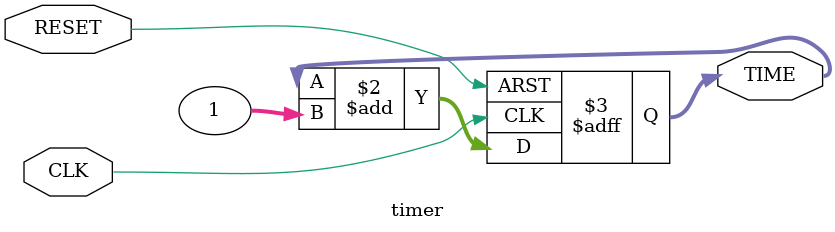
<source format=v>

/*********************************************************************************

MIT License

Copyright (c) 2020 Rafael de Oliveira Calçada

Permission is hereby granted, free of charge, to any person obtaining a copy
of this software and associated documentation files (the "Software"), to deal
in the Software without restriction, including without limitation the rights
to use, copy, modify, merge, publish, distribute, sublicense, and/or sell
copies of the Software, and to permit persons to whom the Software is
furnished to do so, subject to the following conditions:

The above copyright notice and this permission notice shall be included in all
copies or substantial portions of the Software.

THE SOFTWARE IS PROVIDED "AS IS", WITHOUT WARRANTY OF ANY KIND, EXPRESS OR
IMPLIED, INCLUDING BUT NOT LIMITED TO THE WARRANTIES OF MERCHANTABILITY,
FITNESS FOR A PARTICULAR PURPOSE AND NONINFRINGEMENT. IN NO EVENT SHALL THE
AUTHORS OR COPYRIGHT HOLDERS BE LIABLE FOR ANY CLAIM, DAMAGES OR OTHER
LIABILITY, WHETHER IN AN ACTION OF CONTRACT, TORT OR OTHERWISE, ARISING FROM,
OUT OF OR IN CONNECTION WITH THE SOFTWARE OR THE USE OR OTHER DEALINGS IN THE
SOFTWARE.

-----------------------------------------------------------------------------

Licença MIT

Copyright (c) 2019 Rafael de Oliveira Calçada

Permissão é concedida, gratuitamente, a qualquer pessoa que obtenha uma
cópia deste software e dos arquivos de documentação associados
(o "Software"), para negociar sobre o Software sem restrições, incluindo,
sem limitação, os direitos de uso, cópia, modificação, fusão, publicação, 
distribuição, sublicenciamento e/ou venda de cópias do Software e o direito
de permitir que pessoas a quem o Software seja fornecido o façam, sob as
seguintes condições:

O aviso de direitos autorais acima e este aviso de permissão devem ser
incluídos em todas as cópias ou partes substanciais do Software.

O SOFTWARE É FORNECIDO "TAL COMO ESTÁ", SEM GARANTIA DE QUALQUER TIPO,
EXPRESSA OU IMPLÍCITA, INCLUINDO, MAS NÃO SE LIMITANDO A GARANTIAS DE
COMERCIALIZAÇÃO, ADEQUAÇÃO A UMA FINALIDADE ESPECÍFICA E NÃO INFRAÇÃO.
EM NENHUM CASO OS AUTORES OU TITULARES DE DIREITOS AUTORAIS SERÃO
RESPONSÁVEIS POR QUALQUER REIVINDICAÇÃO, DANOS OU OUTRA RESPONSABILIDADE,
SEJA EM AÇÕES CIVIS, PENAIS OU OUTRAS, PROVENIENTE, FORA OU EM CONEXÃO
COM O SOFTWARE OU O USO RELACIONADO AO SOFTWARE.

********************************************************************************/

`timescale 1ns / 1ps

module timer(
    input wire CLK,
    input wire RESET,
    output reg [63:0] TIME
    );    

    always @ (posedge CLK or posedge RESET)
    begin
        if(RESET) TIME <= 64'b0;
        else TIME <= TIME + 1;
    end

endmodule
</source>
